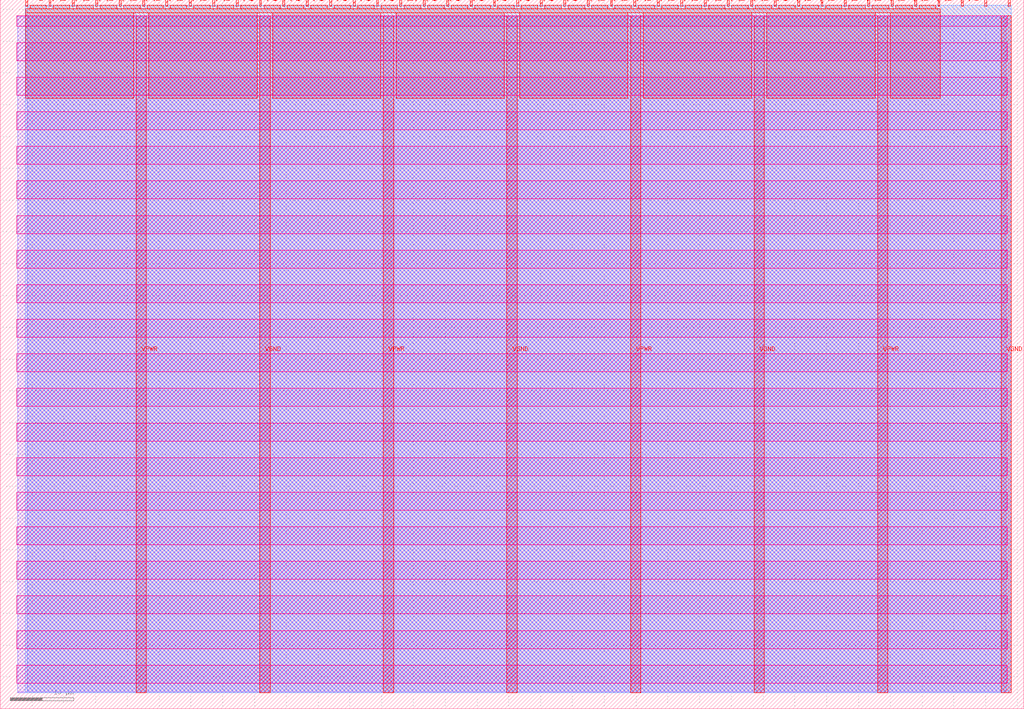
<source format=lef>
VERSION 5.7 ;
  NOWIREEXTENSIONATPIN ON ;
  DIVIDERCHAR "/" ;
  BUSBITCHARS "[]" ;
MACRO tt_um_tommythorn_ncl_lfsr
  CLASS BLOCK ;
  FOREIGN tt_um_tommythorn_ncl_lfsr ;
  ORIGIN 0.000 0.000 ;
  SIZE 161.000 BY 111.520 ;
  PIN VGND
    DIRECTION INOUT ;
    USE GROUND ;
    PORT
      LAYER met4 ;
        RECT 40.830 2.480 42.430 109.040 ;
    END
    PORT
      LAYER met4 ;
        RECT 79.700 2.480 81.300 109.040 ;
    END
    PORT
      LAYER met4 ;
        RECT 118.570 2.480 120.170 109.040 ;
    END
    PORT
      LAYER met4 ;
        RECT 157.440 2.480 159.040 109.040 ;
    END
  END VGND
  PIN VPWR
    DIRECTION INOUT ;
    USE POWER ;
    PORT
      LAYER met4 ;
        RECT 21.395 2.480 22.995 109.040 ;
    END
    PORT
      LAYER met4 ;
        RECT 60.265 2.480 61.865 109.040 ;
    END
    PORT
      LAYER met4 ;
        RECT 99.135 2.480 100.735 109.040 ;
    END
    PORT
      LAYER met4 ;
        RECT 138.005 2.480 139.605 109.040 ;
    END
  END VPWR
  PIN clk
    DIRECTION INPUT ;
    USE SIGNAL ;
    PORT
      LAYER met4 ;
        RECT 154.870 110.520 155.170 111.520 ;
    END
  END clk
  PIN ena
    DIRECTION INPUT ;
    USE SIGNAL ;
    PORT
      LAYER met4 ;
        RECT 158.550 110.520 158.850 111.520 ;
    END
  END ena
  PIN rst_n
    DIRECTION INPUT ;
    USE SIGNAL ;
    PORT
      LAYER met4 ;
        RECT 151.190 110.520 151.490 111.520 ;
    END
  END rst_n
  PIN ui_in[0]
    DIRECTION INPUT ;
    USE SIGNAL ;
    ANTENNAGATEAREA 0.196500 ;
    PORT
      LAYER met4 ;
        RECT 147.510 110.520 147.810 111.520 ;
    END
  END ui_in[0]
  PIN ui_in[1]
    DIRECTION INPUT ;
    USE SIGNAL ;
    ANTENNAGATEAREA 0.196500 ;
    PORT
      LAYER met4 ;
        RECT 143.830 110.520 144.130 111.520 ;
    END
  END ui_in[1]
  PIN ui_in[2]
    DIRECTION INPUT ;
    USE SIGNAL ;
    ANTENNAGATEAREA 0.213000 ;
    PORT
      LAYER met4 ;
        RECT 140.150 110.520 140.450 111.520 ;
    END
  END ui_in[2]
  PIN ui_in[3]
    DIRECTION INPUT ;
    USE SIGNAL ;
    PORT
      LAYER met4 ;
        RECT 136.470 110.520 136.770 111.520 ;
    END
  END ui_in[3]
  PIN ui_in[4]
    DIRECTION INPUT ;
    USE SIGNAL ;
    PORT
      LAYER met4 ;
        RECT 132.790 110.520 133.090 111.520 ;
    END
  END ui_in[4]
  PIN ui_in[5]
    DIRECTION INPUT ;
    USE SIGNAL ;
    PORT
      LAYER met4 ;
        RECT 129.110 110.520 129.410 111.520 ;
    END
  END ui_in[5]
  PIN ui_in[6]
    DIRECTION INPUT ;
    USE SIGNAL ;
    PORT
      LAYER met4 ;
        RECT 125.430 110.520 125.730 111.520 ;
    END
  END ui_in[6]
  PIN ui_in[7]
    DIRECTION INPUT ;
    USE SIGNAL ;
    PORT
      LAYER met4 ;
        RECT 121.750 110.520 122.050 111.520 ;
    END
  END ui_in[7]
  PIN uio_in[0]
    DIRECTION INPUT ;
    USE SIGNAL ;
    PORT
      LAYER met4 ;
        RECT 118.070 110.520 118.370 111.520 ;
    END
  END uio_in[0]
  PIN uio_in[1]
    DIRECTION INPUT ;
    USE SIGNAL ;
    PORT
      LAYER met4 ;
        RECT 114.390 110.520 114.690 111.520 ;
    END
  END uio_in[1]
  PIN uio_in[2]
    DIRECTION INPUT ;
    USE SIGNAL ;
    PORT
      LAYER met4 ;
        RECT 110.710 110.520 111.010 111.520 ;
    END
  END uio_in[2]
  PIN uio_in[3]
    DIRECTION INPUT ;
    USE SIGNAL ;
    PORT
      LAYER met4 ;
        RECT 107.030 110.520 107.330 111.520 ;
    END
  END uio_in[3]
  PIN uio_in[4]
    DIRECTION INPUT ;
    USE SIGNAL ;
    PORT
      LAYER met4 ;
        RECT 103.350 110.520 103.650 111.520 ;
    END
  END uio_in[4]
  PIN uio_in[5]
    DIRECTION INPUT ;
    USE SIGNAL ;
    PORT
      LAYER met4 ;
        RECT 99.670 110.520 99.970 111.520 ;
    END
  END uio_in[5]
  PIN uio_in[6]
    DIRECTION INPUT ;
    USE SIGNAL ;
    PORT
      LAYER met4 ;
        RECT 95.990 110.520 96.290 111.520 ;
    END
  END uio_in[6]
  PIN uio_in[7]
    DIRECTION INPUT ;
    USE SIGNAL ;
    PORT
      LAYER met4 ;
        RECT 92.310 110.520 92.610 111.520 ;
    END
  END uio_in[7]
  PIN uio_oe[0]
    DIRECTION OUTPUT TRISTATE ;
    USE SIGNAL ;
    PORT
      LAYER met4 ;
        RECT 29.750 110.520 30.050 111.520 ;
    END
  END uio_oe[0]
  PIN uio_oe[1]
    DIRECTION OUTPUT TRISTATE ;
    USE SIGNAL ;
    PORT
      LAYER met4 ;
        RECT 26.070 110.520 26.370 111.520 ;
    END
  END uio_oe[1]
  PIN uio_oe[2]
    DIRECTION OUTPUT TRISTATE ;
    USE SIGNAL ;
    PORT
      LAYER met4 ;
        RECT 22.390 110.520 22.690 111.520 ;
    END
  END uio_oe[2]
  PIN uio_oe[3]
    DIRECTION OUTPUT TRISTATE ;
    USE SIGNAL ;
    PORT
      LAYER met4 ;
        RECT 18.710 110.520 19.010 111.520 ;
    END
  END uio_oe[3]
  PIN uio_oe[4]
    DIRECTION OUTPUT TRISTATE ;
    USE SIGNAL ;
    PORT
      LAYER met4 ;
        RECT 15.030 110.520 15.330 111.520 ;
    END
  END uio_oe[4]
  PIN uio_oe[5]
    DIRECTION OUTPUT TRISTATE ;
    USE SIGNAL ;
    PORT
      LAYER met4 ;
        RECT 11.350 110.520 11.650 111.520 ;
    END
  END uio_oe[5]
  PIN uio_oe[6]
    DIRECTION OUTPUT TRISTATE ;
    USE SIGNAL ;
    PORT
      LAYER met4 ;
        RECT 7.670 110.520 7.970 111.520 ;
    END
  END uio_oe[6]
  PIN uio_oe[7]
    DIRECTION OUTPUT TRISTATE ;
    USE SIGNAL ;
    PORT
      LAYER met4 ;
        RECT 3.990 110.520 4.290 111.520 ;
    END
  END uio_oe[7]
  PIN uio_out[0]
    DIRECTION OUTPUT TRISTATE ;
    USE SIGNAL ;
    PORT
      LAYER met4 ;
        RECT 59.190 110.520 59.490 111.520 ;
    END
  END uio_out[0]
  PIN uio_out[1]
    DIRECTION OUTPUT TRISTATE ;
    USE SIGNAL ;
    PORT
      LAYER met4 ;
        RECT 55.510 110.520 55.810 111.520 ;
    END
  END uio_out[1]
  PIN uio_out[2]
    DIRECTION OUTPUT TRISTATE ;
    USE SIGNAL ;
    PORT
      LAYER met4 ;
        RECT 51.830 110.520 52.130 111.520 ;
    END
  END uio_out[2]
  PIN uio_out[3]
    DIRECTION OUTPUT TRISTATE ;
    USE SIGNAL ;
    PORT
      LAYER met4 ;
        RECT 48.150 110.520 48.450 111.520 ;
    END
  END uio_out[3]
  PIN uio_out[4]
    DIRECTION OUTPUT TRISTATE ;
    USE SIGNAL ;
    PORT
      LAYER met4 ;
        RECT 44.470 110.520 44.770 111.520 ;
    END
  END uio_out[4]
  PIN uio_out[5]
    DIRECTION OUTPUT TRISTATE ;
    USE SIGNAL ;
    PORT
      LAYER met4 ;
        RECT 40.790 110.520 41.090 111.520 ;
    END
  END uio_out[5]
  PIN uio_out[6]
    DIRECTION OUTPUT TRISTATE ;
    USE SIGNAL ;
    PORT
      LAYER met4 ;
        RECT 37.110 110.520 37.410 111.520 ;
    END
  END uio_out[6]
  PIN uio_out[7]
    DIRECTION OUTPUT TRISTATE ;
    USE SIGNAL ;
    PORT
      LAYER met4 ;
        RECT 33.430 110.520 33.730 111.520 ;
    END
  END uio_out[7]
  PIN uo_out[0]
    DIRECTION OUTPUT TRISTATE ;
    USE SIGNAL ;
    ANTENNADIFFAREA 0.795200 ;
    PORT
      LAYER met4 ;
        RECT 88.630 110.520 88.930 111.520 ;
    END
  END uo_out[0]
  PIN uo_out[1]
    DIRECTION OUTPUT TRISTATE ;
    USE SIGNAL ;
    ANTENNADIFFAREA 0.445500 ;
    PORT
      LAYER met4 ;
        RECT 84.950 110.520 85.250 111.520 ;
    END
  END uo_out[1]
  PIN uo_out[2]
    DIRECTION OUTPUT TRISTATE ;
    USE SIGNAL ;
    ANTENNADIFFAREA 0.795200 ;
    PORT
      LAYER met4 ;
        RECT 81.270 110.520 81.570 111.520 ;
    END
  END uo_out[2]
  PIN uo_out[3]
    DIRECTION OUTPUT TRISTATE ;
    USE SIGNAL ;
    ANTENNADIFFAREA 0.445500 ;
    PORT
      LAYER met4 ;
        RECT 77.590 110.520 77.890 111.520 ;
    END
  END uo_out[3]
  PIN uo_out[4]
    DIRECTION OUTPUT TRISTATE ;
    USE SIGNAL ;
    ANTENNADIFFAREA 0.445500 ;
    PORT
      LAYER met4 ;
        RECT 73.910 110.520 74.210 111.520 ;
    END
  END uo_out[4]
  PIN uo_out[5]
    DIRECTION OUTPUT TRISTATE ;
    USE SIGNAL ;
    PORT
      LAYER met4 ;
        RECT 70.230 110.520 70.530 111.520 ;
    END
  END uo_out[5]
  PIN uo_out[6]
    DIRECTION OUTPUT TRISTATE ;
    USE SIGNAL ;
    PORT
      LAYER met4 ;
        RECT 66.550 110.520 66.850 111.520 ;
    END
  END uo_out[6]
  PIN uo_out[7]
    DIRECTION OUTPUT TRISTATE ;
    USE SIGNAL ;
    PORT
      LAYER met4 ;
        RECT 62.870 110.520 63.170 111.520 ;
    END
  END uo_out[7]
  OBS
      LAYER nwell ;
        RECT 2.570 107.385 158.430 108.990 ;
        RECT 2.570 101.945 158.430 104.775 ;
        RECT 2.570 96.505 158.430 99.335 ;
        RECT 2.570 91.065 158.430 93.895 ;
        RECT 2.570 85.625 158.430 88.455 ;
        RECT 2.570 80.185 158.430 83.015 ;
        RECT 2.570 74.745 158.430 77.575 ;
        RECT 2.570 69.305 158.430 72.135 ;
        RECT 2.570 63.865 158.430 66.695 ;
        RECT 2.570 58.425 158.430 61.255 ;
        RECT 2.570 52.985 158.430 55.815 ;
        RECT 2.570 47.545 158.430 50.375 ;
        RECT 2.570 42.105 158.430 44.935 ;
        RECT 2.570 36.665 158.430 39.495 ;
        RECT 2.570 31.225 158.430 34.055 ;
        RECT 2.570 25.785 158.430 28.615 ;
        RECT 2.570 20.345 158.430 23.175 ;
        RECT 2.570 14.905 158.430 17.735 ;
        RECT 2.570 9.465 158.430 12.295 ;
        RECT 2.570 4.025 158.430 6.855 ;
      LAYER li1 ;
        RECT 2.760 2.635 158.240 108.885 ;
      LAYER met1 ;
        RECT 2.760 2.480 159.040 109.040 ;
      LAYER met2 ;
        RECT 4.230 2.535 159.010 110.685 ;
      LAYER met3 ;
        RECT 3.950 2.555 159.030 110.665 ;
      LAYER met4 ;
        RECT 4.690 110.120 7.270 110.665 ;
        RECT 8.370 110.120 10.950 110.665 ;
        RECT 12.050 110.120 14.630 110.665 ;
        RECT 15.730 110.120 18.310 110.665 ;
        RECT 19.410 110.120 21.990 110.665 ;
        RECT 23.090 110.120 25.670 110.665 ;
        RECT 26.770 110.120 29.350 110.665 ;
        RECT 30.450 110.120 33.030 110.665 ;
        RECT 34.130 110.120 36.710 110.665 ;
        RECT 37.810 110.120 40.390 110.665 ;
        RECT 41.490 110.120 44.070 110.665 ;
        RECT 45.170 110.120 47.750 110.665 ;
        RECT 48.850 110.120 51.430 110.665 ;
        RECT 52.530 110.120 55.110 110.665 ;
        RECT 56.210 110.120 58.790 110.665 ;
        RECT 59.890 110.120 62.470 110.665 ;
        RECT 63.570 110.120 66.150 110.665 ;
        RECT 67.250 110.120 69.830 110.665 ;
        RECT 70.930 110.120 73.510 110.665 ;
        RECT 74.610 110.120 77.190 110.665 ;
        RECT 78.290 110.120 80.870 110.665 ;
        RECT 81.970 110.120 84.550 110.665 ;
        RECT 85.650 110.120 88.230 110.665 ;
        RECT 89.330 110.120 91.910 110.665 ;
        RECT 93.010 110.120 95.590 110.665 ;
        RECT 96.690 110.120 99.270 110.665 ;
        RECT 100.370 110.120 102.950 110.665 ;
        RECT 104.050 110.120 106.630 110.665 ;
        RECT 107.730 110.120 110.310 110.665 ;
        RECT 111.410 110.120 113.990 110.665 ;
        RECT 115.090 110.120 117.670 110.665 ;
        RECT 118.770 110.120 121.350 110.665 ;
        RECT 122.450 110.120 125.030 110.665 ;
        RECT 126.130 110.120 128.710 110.665 ;
        RECT 129.810 110.120 132.390 110.665 ;
        RECT 133.490 110.120 136.070 110.665 ;
        RECT 137.170 110.120 139.750 110.665 ;
        RECT 140.850 110.120 143.430 110.665 ;
        RECT 144.530 110.120 147.110 110.665 ;
        RECT 3.975 109.440 147.825 110.120 ;
        RECT 3.975 96.055 20.995 109.440 ;
        RECT 23.395 96.055 40.430 109.440 ;
        RECT 42.830 96.055 59.865 109.440 ;
        RECT 62.265 96.055 79.300 109.440 ;
        RECT 81.700 96.055 98.735 109.440 ;
        RECT 101.135 96.055 118.170 109.440 ;
        RECT 120.570 96.055 137.605 109.440 ;
        RECT 140.005 96.055 147.825 109.440 ;
  END
END tt_um_tommythorn_ncl_lfsr
END LIBRARY


</source>
